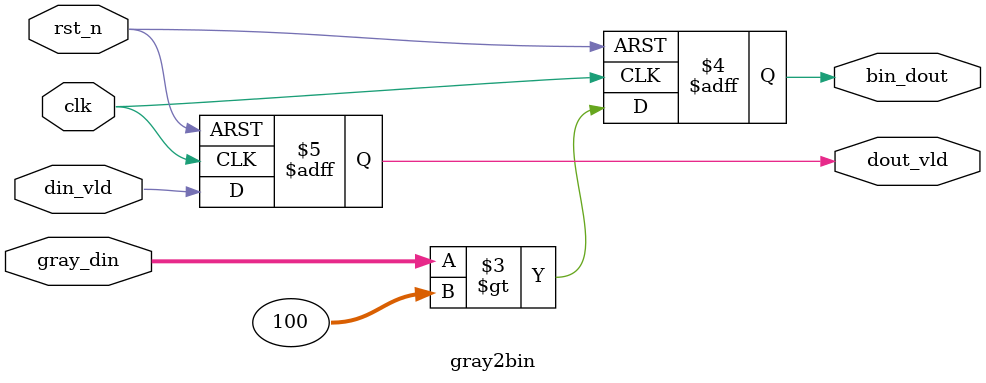
<source format=v>
`timescale 1ns / 1ps

//=======================================================
//============== 固定阈值分割--一级流水线 =================
//=======================================================

module gray2bin(
input               clk             ,
input               rst_n           ,
input   [7:0]       gray_din        ,
input               din_vld         ,

output    reg       bin_dout        ,
output    reg       dout_vld        
    );

localparam THRESHOLD = 100;     //阈值


always @(posedge clk or negedge rst_n) begin
    if(!rst_n)  begin
        dout_vld <= 1'b0;
        bin_dout <= 1'b0;
        end
    else begin          //if(din_vld)   此处不需要判断条件 跟着上一步的vld就行
        bin_dout <= (gray_din > THRESHOLD);
        dout_vld <= din_vld;
    end
end

    
endmodule

</source>
